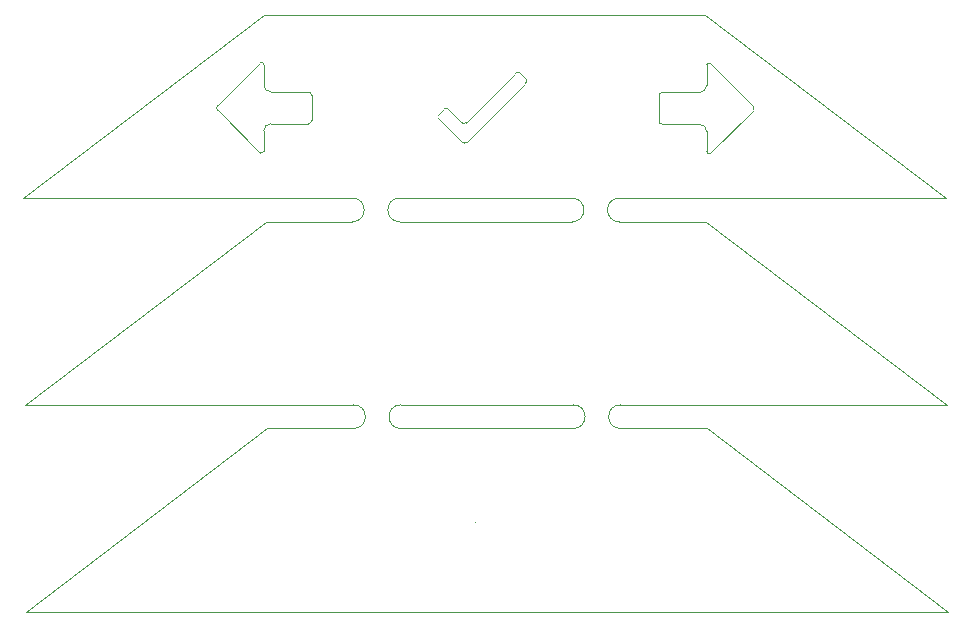
<source format=gbr>
%TF.GenerationSoftware,KiCad,Pcbnew,(6.0.5)*%
%TF.CreationDate,2022-06-20T13:03:10+02:00*%
%TF.ProjectId,Touchpad,546f7563-6870-4616-942e-6b696361645f,rev?*%
%TF.SameCoordinates,Original*%
%TF.FileFunction,Profile,NP*%
%FSLAX46Y46*%
G04 Gerber Fmt 4.6, Leading zero omitted, Abs format (unit mm)*
G04 Created by KiCad (PCBNEW (6.0.5)) date 2022-06-20 13:03:10*
%MOMM*%
%LPD*%
G01*
G04 APERTURE LIST*
%TA.AperFunction,Profile*%
%ADD10C,0.050000*%
%TD*%
%TA.AperFunction,Profile*%
%ADD11C,0.010050*%
%TD*%
G04 APERTURE END LIST*
D10*
X202100010Y-69450013D02*
G75*
G03*
X202150000Y-69050001I-178310J225413D01*
G01*
X201650010Y-68549987D02*
G75*
G03*
X201250001Y-68600000I-174110J-232113D01*
G01*
X201650000Y-68550000D02*
X202150000Y-69050000D01*
X195550000Y-71600000D02*
G75*
G03*
X195200001Y-71600000I-174999J-202224D01*
G01*
X194700000Y-72100000D02*
G75*
G03*
X194700000Y-72400000I232600J-150000D01*
G01*
X196700000Y-74400000D02*
G75*
G03*
X197150000Y-74400000I225000J193856D01*
G01*
X196700001Y-72750000D02*
G75*
G03*
X197099999Y-72750000I199999J211308D01*
G01*
X194700000Y-72400000D02*
X196700000Y-74400000D01*
X195550000Y-71600000D02*
X196700000Y-72750000D01*
X194700000Y-72100000D02*
X195200000Y-71600000D01*
X197100000Y-72750000D02*
X201250000Y-68600000D01*
X197150000Y-74400000D02*
X202100000Y-69450000D01*
X216850000Y-72900000D02*
X213700000Y-72900000D01*
X217450000Y-69600000D02*
X217450000Y-67850000D01*
X217450000Y-75200000D02*
X217450000Y-73500000D01*
X213700000Y-70200000D02*
X216850000Y-70200000D01*
X213400000Y-72600000D02*
X213400000Y-70500000D01*
X217750000Y-67750000D02*
X221350000Y-71350000D01*
X217750000Y-75350000D02*
X221350000Y-71750000D01*
X217450000Y-75200000D02*
G75*
G03*
X217750000Y-75350000I187500J0D01*
G01*
X217750000Y-67749999D02*
G75*
G03*
X217450000Y-67850000I-111643J-165071D01*
G01*
X213700000Y-70200000D02*
G75*
G03*
X213400000Y-70500000I0J-300000D01*
G01*
X213400000Y-72600000D02*
G75*
G03*
X213700000Y-72900000I300000J0D01*
G01*
X217450000Y-73500000D02*
G75*
G03*
X216850000Y-72900000I-600000J0D01*
G01*
X221350000Y-71750000D02*
G75*
G03*
X221350000Y-71350000I-150000J200000D01*
G01*
X216850000Y-70200000D02*
G75*
G03*
X217450000Y-69600000I0J600000D01*
G01*
X179650000Y-75300001D02*
G75*
G03*
X179950000Y-75200000I111643J165071D01*
G01*
X179950000Y-67850000D02*
G75*
G03*
X179650000Y-67700000I-187500J0D01*
G01*
X184000000Y-70450000D02*
G75*
G03*
X183700000Y-70150000I-300000J0D01*
G01*
X183700000Y-72850000D02*
G75*
G03*
X184000000Y-72550000I0J300000D01*
G01*
X176050000Y-71300000D02*
G75*
G03*
X176050000Y-71700000I150000J-200000D01*
G01*
X179950000Y-69550000D02*
G75*
G03*
X180550000Y-70150000I600000J0D01*
G01*
X180550000Y-72850000D02*
G75*
G03*
X179950000Y-73450000I0J-600000D01*
G01*
X179950000Y-67850000D02*
X179950000Y-69550000D01*
X179650000Y-67700000D02*
X176050000Y-71300000D01*
X179650000Y-75300000D02*
X176050000Y-71700000D01*
X179950000Y-73450000D02*
X179950000Y-75200000D01*
X183700000Y-72850000D02*
X180550000Y-72850000D01*
X184000000Y-70450000D02*
X184000000Y-72550000D01*
X180550000Y-70150000D02*
X183700000Y-70150000D01*
X180000000Y-63650000D02*
X159600000Y-79150000D01*
X237700000Y-79150000D02*
X217300000Y-63650000D01*
X217300000Y-63650000D02*
X180000000Y-63650000D01*
X210050000Y-79150000D02*
X237700000Y-79150000D01*
X206050000Y-79150000D02*
X191450000Y-79150000D01*
X187450000Y-79150000D02*
X159600000Y-79150000D01*
X217400000Y-81150000D02*
X210050000Y-81150000D01*
X206050000Y-81150000D02*
G75*
G03*
X206050000Y-79150000I0J1000000D01*
G01*
X210050000Y-79150000D02*
G75*
G03*
X210050000Y-81150000I0J-1000000D01*
G01*
X191450000Y-81150000D02*
X206050000Y-81150000D01*
X191450000Y-79150000D02*
G75*
G03*
X191450000Y-81150000I0J-1000000D01*
G01*
X187450000Y-81150000D02*
G75*
G03*
X187450000Y-79150000I0J1000000D01*
G01*
X180100000Y-81150000D02*
X187450000Y-81150000D01*
X159800000Y-114150000D02*
X237900000Y-114150000D01*
D11*
X198905025Y-114350000D02*
G75*
G03*
X198905025Y-114350000I-5025J0D01*
G01*
D10*
X180200000Y-98650000D02*
X159800000Y-114150000D01*
X180200000Y-98650000D02*
X187550000Y-98650000D01*
X217500000Y-98650000D02*
X237900000Y-114150000D01*
D11*
X197905025Y-106600000D02*
G75*
G03*
X197905025Y-106600000I-5025J0D01*
G01*
D10*
X210150000Y-96650000D02*
X237800000Y-96650000D01*
X217400000Y-81150000D02*
X237800000Y-96650000D01*
X206150000Y-98650000D02*
G75*
G03*
X206150000Y-96650000I0J1000000D01*
G01*
X210150000Y-96650000D02*
G75*
G03*
X210150000Y-98650000I0J-1000000D01*
G01*
X180100000Y-81150000D02*
X159700000Y-96650000D01*
X206150000Y-96650000D02*
X191550000Y-96650000D01*
X217500000Y-98650000D02*
X210150000Y-98650000D01*
X191550000Y-96650000D02*
G75*
G03*
X191550000Y-98650000I0J-1000000D01*
G01*
X187550000Y-96650000D02*
X159700000Y-96650000D01*
X191550000Y-98650000D02*
X206150000Y-98650000D01*
X187550000Y-98650000D02*
G75*
G03*
X187550000Y-96650000I0J1000000D01*
G01*
M02*

</source>
